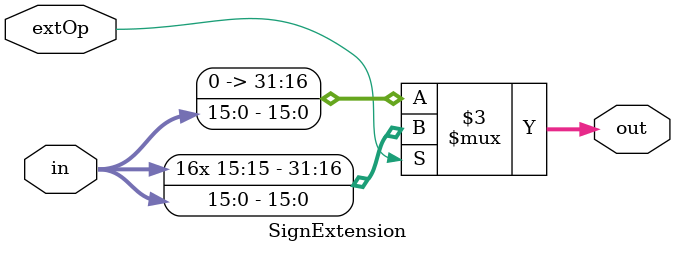
<source format=v>
`timescale 1ns / 1ps
module SignExtension (
    input  [15:0] in,
    input         extOp,
    output reg [31:0] out
);

    always @(*) begin
        if (extOp)
            out = {{16{in[15]}}, in};  // Sign extend
        else
            out = {16'b0, in};         // Zero extend
    end

endmodule

</source>
